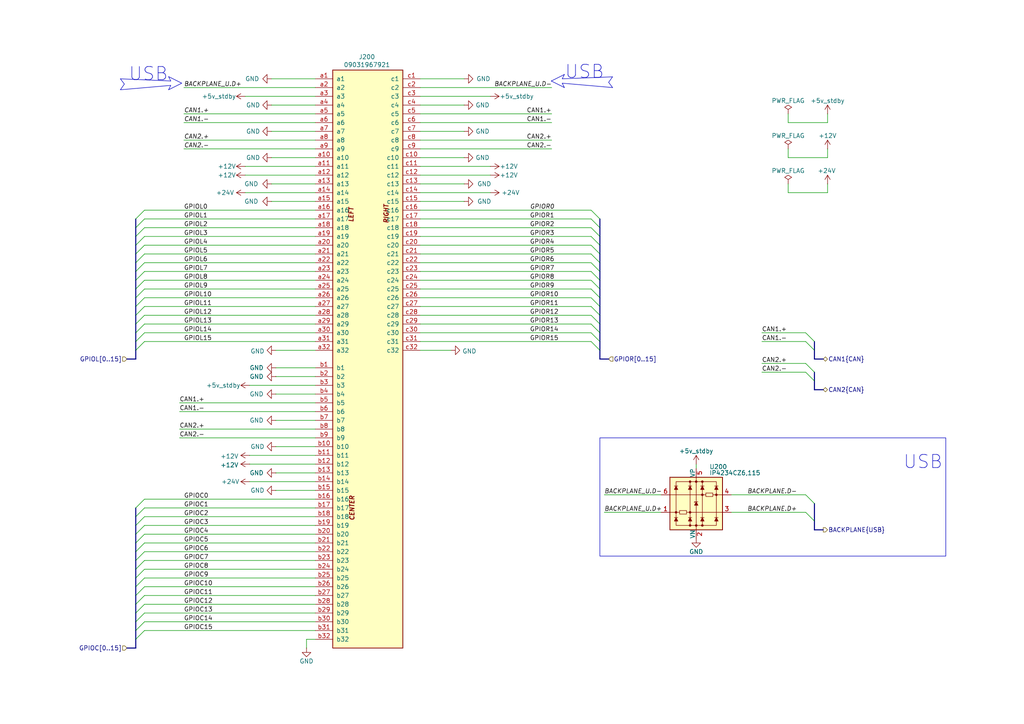
<source format=kicad_sch>
(kicad_sch (version 20231120) (generator "eeschema") (generator_version "8.0")
  (paper "A4")
  (title_block (title "ModuCard base module") (date "2024-12-23") (rev "1.0.0") (company "KoNaR") (comment 1 "Base project authors: Dominik Pluta, Artem Horiunov") (comment 2 "Project author: <author>"))
  (lib_symbols
    (symbol "DIN41612_3x32:09031967921" (pin_names (offset 1.016))
      (property "Reference" "J" (at 0 88.9 0))
      (property "Value" "09031967921" (at 0 86.36 0))
      (symbol "09031967921_0_0"
        (rectangle (start -10.16 83.82) (end 10.16 -83.82) (stroke (width 0.254)) (fill (type background)))
      )
      (symbol "09031967921_1_1"
        (text "CENTER" (at -4.572 -43.18 900) (effects (font (size 1.27 1.27) (bold yes) (italic yes))))
        (text "LEFT" (at -4.826 41.91 900) (effects (font (size 1.27 1.27) (bold yes) (italic yes))))
        (text "RIGHT" (at 5.334 42.164 900) (effects (font (size 1.27 1.27) (bold yes) (italic yes))))
        (pin passive line (at -15.24 81.28 0) (length 5.08) (name "a1") (number "a1"))
        (pin passive line (at -15.24 58.42 0) (length 5.08) (name "a10") (number "a10"))
        (pin passive line (at -15.24 55.88 0) (length 5.08) (name "a11") (number "a11"))
        (pin passive line (at -15.24 53.34 0) (length 5.08) (name "a12") (number "a12"))
        (pin passive line (at -15.24 50.8 0) (length 5.08) (name "a13") (number "a13"))
        (pin passive line (at -15.24 48.26 0) (length 5.08) (name "a14") (number "a14"))
        (pin passive line (at -15.24 45.72 0) (length 5.08) (name "a15") (number "a15"))
        (pin passive line (at -15.24 43.18 0) (length 5.08) (name "a16") (number "a16"))
        (pin passive line (at -15.24 40.64 0) (length 5.08) (name "a17") (number "a17"))
        (pin passive line (at -15.24 38.1 0) (length 5.08) (name "a18") (number "a18"))
        (pin passive line (at -15.24 35.56 0) (length 5.08) (name "a19") (number "a19"))
        (pin passive line (at -15.24 78.74 0) (length 5.08) (name "a2") (number "a2"))
        (pin passive line (at -15.24 33.02 0) (length 5.08) (name "a20") (number "a20"))
        (pin passive line (at -15.24 30.48 0) (length 5.08) (name "a21") (number "a21"))
        (pin passive line (at -15.24 27.94 0) (length 5.08) (name "a22") (number "a22"))
        (pin passive line (at -15.24 25.4 0) (length 5.08) (name "a23") (number "a23"))
        (pin passive line (at -15.24 22.86 0) (length 5.08) (name "a24") (number "a24"))
        (pin passive line (at -15.24 20.32 0) (length 5.08) (name "a25") (number "a25"))
        (pin passive line (at -15.24 17.78 0) (length 5.08) (name "a26") (number "a26"))
        (pin passive line (at -15.24 15.24 0) (length 5.08) (name "a27") (number "a27"))
        (pin passive line (at -15.24 12.7 0) (length 5.08) (name "a28") (number "a28"))
        (pin passive line (at -15.24 10.16 0) (length 5.08) (name "a29") (number "a29"))
        (pin passive line (at -15.24 76.2 0) (length 5.08) (name "a3") (number "a3"))
        (pin passive line (at -15.24 7.62 0) (length 5.08) (name "a30") (number "a30"))
        (pin passive line (at -15.24 5.08 0) (length 5.08) (name "a31") (number "a31"))
        (pin passive line (at -15.24 2.54 0) (length 5.08) (name "a32") (number "a32"))
        (pin passive line (at -15.24 73.66 0) (length 5.08) (name "a4") (number "a4"))
        (pin passive line (at -15.24 71.12 0) (length 5.08) (name "a5") (number "a5"))
        (pin passive line (at -15.24 68.58 0) (length 5.08) (name "a6") (number "a6"))
        (pin passive line (at -15.24 66.04 0) (length 5.08) (name "a7") (number "a7"))
        (pin passive line (at -15.24 63.5 0) (length 5.08) (name "a8") (number "a8"))
        (pin passive line (at -15.24 60.96 0) (length 5.08) (name "a9") (number "a9"))
        (pin passive line (at -15.24 -2.54 0) (length 5.08) (name "b1") (number "b1"))
        (pin passive line (at -15.24 -25.4 0) (length 5.08) (name "b10") (number "b10"))
        (pin passive line (at -15.24 -27.94 0) (length 5.08) (name "b11") (number "b11"))
        (pin passive line (at -15.24 -30.48 0) (length 5.08) (name "b12") (number "b12"))
        (pin passive line (at -15.24 -33.02 0) (length 5.08) (name "b13") (number "b13"))
        (pin passive line (at -15.24 -35.56 0) (length 5.08) (name "b14") (number "b14"))
        (pin passive line (at -15.24 -38.1 0) (length 5.08) (name "b15") (number "b15"))
        (pin passive line (at -15.24 -40.64 0) (length 5.08) (name "b16") (number "b16"))
        (pin passive line (at -15.24 -43.18 0) (length 5.08) (name "b17") (number "b17"))
        (pin passive line (at -15.24 -45.72 0) (length 5.08) (name "b18") (number "b18"))
        (pin passive line (at -15.24 -48.26 0) (length 5.08) (name "b19") (number "b19"))
        (pin passive line (at -15.24 -5.08 0) (length 5.08) (name "b2") (number "b2"))
        (pin passive line (at -15.24 -50.8 0) (length 5.08) (name "b20") (number "b20"))
        (pin passive line (at -15.24 -53.34 0) (length 5.08) (name "b21") (number "b21"))
        (pin passive line (at -15.24 -55.88 0) (length 5.08) (name "b22") (number "b22"))
        (pin passive line (at -15.24 -58.42 0) (length 5.08) (name "b23") (number "b23"))
        (pin passive line (at -15.24 -60.96 0) (length 5.08) (name "b24") (number "b24"))
        (pin passive line (at -15.24 -63.5 0) (length 5.08) (name "b25") (number "b25"))
        (pin passive line (at -15.24 -66.04 0) (length 5.08) (name "b26") (number "b26"))
        (pin passive line (at -15.24 -68.58 0) (length 5.08) (name "b27") (number "b27"))
        (pin passive line (at -15.24 -71.12 0) (length 5.08) (name "b28") (number "b28"))
        (pin passive line (at -15.24 -73.66 0) (length 5.08) (name "b29") (number "b29"))
        (pin passive line (at -15.24 -7.62 0) (length 5.08) (name "b3") (number "b3"))
        (pin passive line (at -15.24 -76.2 0) (length 5.08) (name "b30") (number "b30"))
        (pin passive line (at -15.24 -78.74 0) (length 5.08) (name "b31") (number "b31"))
        (pin passive line (at -15.24 -81.28 0) (length 5.08) (name "b32") (number "b32"))
        (pin passive line (at -15.24 -10.16 0) (length 5.08) (name "b4") (number "b4"))
        (pin passive line (at -15.24 -12.7 0) (length 5.08) (name "b5") (number "b5"))
        (pin passive line (at -15.24 -15.24 0) (length 5.08) (name "b6") (number "b6"))
        (pin passive line (at -15.24 -17.78 0) (length 5.08) (name "b7") (number "b7"))
        (pin passive line (at -15.24 -20.32 0) (length 5.08) (name "b8") (number "b8"))
        (pin passive line (at -15.24 -22.86 0) (length 5.08) (name "b9") (number "b9"))
        (pin passive line (at 15.24 81.28 180) (length 5.08) (name "c1") (number "c1"))
        (pin passive line (at 15.24 58.42 180) (length 5.08) (name "c10") (number "c10"))
        (pin passive line (at 15.24 55.88 180) (length 5.08) (name "c11") (number "c11"))
        (pin passive line (at 15.24 53.34 180) (length 5.08) (name "c12") (number "c12"))
        (pin passive line (at 15.24 50.8 180) (length 5.08) (name "c13") (number "c13"))
        (pin passive line (at 15.24 48.26 180) (length 5.08) (name "c14") (number "c14"))
        (pin passive line (at 15.24 45.72 180) (length 5.08) (name "c15") (number "c15"))
        (pin passive line (at 15.24 43.18 180) (length 5.08) (name "c16") (number "c16"))
        (pin passive line (at 15.24 40.64 180) (length 5.08) (name "c17") (number "c17"))
        (pin passive line (at 15.24 38.1 180) (length 5.08) (name "c18") (number "c18"))
        (pin passive line (at 15.24 35.56 180) (length 5.08) (name "c19") (number "c19"))
        (pin passive line (at 15.24 78.74 180) (length 5.08) (name "c2") (number "c2"))
        (pin passive line (at 15.24 33.02 180) (length 5.08) (name "c20") (number "c20"))
        (pin passive line (at 15.24 30.48 180) (length 5.08) (name "c21") (number "c21"))
        (pin passive line (at 15.24 27.94 180) (length 5.08) (name "c22") (number "c22"))
        (pin passive line (at 15.24 25.4 180) (length 5.08) (name "c23") (number "c23"))
        (pin passive line (at 15.24 22.86 180) (length 5.08) (name "c24") (number "c24"))
        (pin passive line (at 15.24 20.32 180) (length 5.08) (name "c25") (number "c25"))
        (pin passive line (at 15.24 17.78 180) (length 5.08) (name "c26") (number "c26"))
        (pin passive line (at 15.24 15.24 180) (length 5.08) (name "c27") (number "c27"))
        (pin passive line (at 15.24 12.7 180) (length 5.08) (name "c28") (number "c28"))
        (pin passive line (at 15.24 10.16 180) (length 5.08) (name "c29") (number "c29"))
        (pin passive line (at 15.24 76.2 180) (length 5.08) (name "c3") (number "c3"))
        (pin passive line (at 15.24 7.62 180) (length 5.08) (name "c30") (number "c30"))
        (pin passive line (at 15.24 5.08 180) (length 5.08) (name "c31") (number "c31"))
        (pin passive line (at 15.24 2.54 180) (length 5.08) (name "c32") (number "c32"))
        (pin passive line (at 15.24 73.66 180) (length 5.08) (name "c4") (number "c4"))
        (pin passive line (at 15.24 71.12 180) (length 5.08) (name "c5") (number "c5"))
        (pin passive line (at 15.24 68.58 180) (length 5.08) (name "c6") (number "c6"))
        (pin passive line (at 15.24 66.04 180) (length 5.08) (name "c7") (number "c7"))
        (pin passive line (at 15.24 63.5 180) (length 5.08) (name "c8") (number "c8"))
        (pin passive line (at 15.24 60.96 180) (length 5.08) (name "c9") (number "c9"))
      )
    )
    (symbol "GND_1" (power) (pin_numbers hide) (pin_names (offset 0) hide)
      (property "Value" "GND" (at 0 -3.81 0))
      (symbol "GND_1_0_1"
        (polyline (pts (xy 0 0) (xy 0 -1.27) (xy 1.27 -1.27) (xy 0 -2.54) (xy -1.27 -1.27) (xy 0 -1.27)))
      )
      (symbol "GND_1_1_1"
        (pin power_in line (at 0 0 270) (length 0) (name "~") (number "1"))
      )
    )
    (symbol "Power_Protection:IP4234CZ6" (pin_names (offset 0))
      (property "Reference" "U" (at -6.35 8.89 0))
      (property "Value" "IP4234CZ6" (at 2.794 8.89 0))
      (symbol "IP4234CZ6_0_0"
        (rectangle (start -5.842 6.35) (end 5.842 -6.35))
        (polyline (pts (xy -1.778 -6.35) (xy -1.778 6.35)))
        (polyline (pts (xy 1.778 6.35) (xy 1.778 -6.35)))
      )
      (symbol "IP4234CZ6_0_1"
        (rectangle (start -7.62 7.62) (end 7.62 -7.62) (stroke (width 0.254)) (fill (type background)))
        (circle (center -5.842 -2.54) (radius 0.2794) (fill (type outline)))
        (circle (center -1.778 -6.35) (radius 0.2794) (fill (type outline)))
        (circle (center -1.778 -2.54) (radius 0.2794) (fill (type outline)))
        (circle (center -1.778 6.35) (radius 0.2794) (fill (type outline)))
        (circle (center 0 -6.35) (radius 0.2794) (fill (type outline)))
        (polyline (pts (xy -7.62 -2.54) (xy -4.826 -2.54)))
        (polyline (pts (xy -7.62 2.54) (xy 2.794 2.54)))
        (polyline (pts (xy -5.334 -4.064) (xy -6.35 -4.064)))
        (polyline (pts (xy -5.334 5.08) (xy -6.35 5.08)))
        (polyline (pts (xy -1.27 -4.064) (xy -2.286 -4.064)))
        (polyline (pts (xy -1.27 5.08) (xy -2.286 5.08)))
        (polyline (pts (xy -0.508 0.508) (xy -0.508 0.254)))
        (polyline (pts (xy 0 7.62) (xy 0 -7.62)))
        (polyline (pts (xy 0.508 0.508) (xy -0.508 0.508)))
        (polyline (pts (xy 2.286 -4.064) (xy 1.27 -4.064)))
        (polyline (pts (xy 2.286 5.08) (xy 1.27 5.08)))
        (polyline (pts (xy 6.35 -4.064) (xy 5.334 -4.064)))
        (polyline (pts (xy 6.35 5.08) (xy 5.334 5.08)))
        (polyline (pts (xy 7.62 -2.54) (xy -2.794 -2.54)))
        (polyline (pts (xy 7.62 2.54) (xy 4.826 2.54)))
        (circle (center 0 6.35) (radius 0.2794) (fill (type outline)))
        (circle (center 1.778 -6.35) (radius 0.2794) (fill (type outline)))
        (circle (center 1.778 2.54) (radius 0.2794) (fill (type outline)))
        (circle (center 1.778 6.35) (radius 0.2794) (fill (type outline)))
        (circle (center 5.842 2.54) (radius 0.2794) (fill (type outline)))
      )
      (symbol "IP4234CZ6_1_1"
        (rectangle (start -4.826 -2.032) (end -2.794 -3.048))
        (polyline (pts (xy -5.334 -5.08) (xy -6.35 -5.08) (xy -5.842 -4.064) (xy -5.334 -5.08)) (fill (type outline)))
        (polyline (pts (xy -5.334 4.064) (xy -6.35 4.064) (xy -5.842 5.08) (xy -5.334 4.064)) (fill (type outline)))
        (polyline (pts (xy -1.27 -5.08) (xy -2.286 -5.08) (xy -1.778 -4.064) (xy -1.27 -5.08)) (fill (type outline)))
        (polyline (pts (xy -1.27 4.064) (xy -2.286 4.064) (xy -1.778 5.08) (xy -1.27 4.064)) (fill (type outline)))
        (polyline (pts (xy 0.508 -0.508) (xy -0.508 -0.508) (xy 0 0.508) (xy 0.508 -0.508)) (fill (type outline)))
        (polyline (pts (xy 2.286 -5.08) (xy 1.27 -5.08) (xy 1.778 -4.064) (xy 2.286 -5.08)) (fill (type outline)))
        (polyline (pts (xy 2.286 4.064) (xy 1.27 4.064) (xy 1.778 5.08) (xy 2.286 4.064)) (fill (type outline)))
        (polyline (pts (xy 6.35 -5.08) (xy 5.334 -5.08) (xy 5.842 -4.064) (xy 6.35 -5.08)) (fill (type outline)))
        (polyline (pts (xy 6.35 4.064) (xy 5.334 4.064) (xy 5.842 5.08) (xy 6.35 4.064)) (fill (type outline)))
        (rectangle (start 2.794 3.048) (end 4.826 2.032))
        (pin passive line (at -10.16 -2.54 0) (length 2.54) (name "") (number "1"))
        (pin passive line (at 0 -10.16 90) (length 2.54) (name "VN") (number "2"))
        (pin passive line (at 10.16 -2.54 180) (length 2.54) (name "") (number "3"))
        (pin passive line (at 10.16 2.54 180) (length 2.54) (name "") (number "4"))
        (pin passive line (at 0 10.16 270) (length 2.54) (name "VP") (number "5"))
        (pin passive line (at -10.16 2.54 0) (length 2.54) (name "") (number "6"))
      )
    )
    (symbol "power:+12V" (power) (pin_numbers hide) (pin_names (offset 0) hide)
      (property "Value" "+12V" (at 0 3.556 0))
      (symbol "+12V_0_1"
        (polyline (pts (xy -0.762 1.27) (xy 0 2.54)))
        (polyline (pts (xy 0 0) (xy 0 2.54)))
        (polyline (pts (xy 0 2.54) (xy 0.762 1.27)))
      )
      (symbol "+12V_1_1"
        (pin power_in line (at 0 0 90) (length 0) (name "~") (number "1"))
      )
    )
    (symbol "power:+5V" (power) (pin_numbers hide) (pin_names (offset 0) hide)
      (property "Value" "+5V" (at 0 3.556 0))
      (symbol "+5V_0_1"
        (polyline (pts (xy -0.762 1.27) (xy 0 2.54)))
        (polyline (pts (xy 0 0) (xy 0 2.54)))
        (polyline (pts (xy 0 2.54) (xy 0.762 1.27)))
      )
      (symbol "+5V_1_1"
        (pin power_in line (at 0 0 90) (length 0) (name "~") (number "1"))
      )
    )
    (symbol "power:GND" (power) (pin_numbers hide) (pin_names (offset 0) hide)
      (property "Value" "GND" (at 0 -3.81 0))
      (symbol "GND_0_1"
        (polyline (pts (xy 0 0) (xy 0 -1.27) (xy 1.27 -1.27) (xy 0 -2.54) (xy -1.27 -1.27) (xy 0 -1.27)))
      )
      (symbol "GND_1_1"
        (pin power_in line (at 0 0 270) (length 0) (name "~") (number "1"))
      )
    )
    (symbol "power:PWR_FLAG" (power) (pin_numbers hide) (pin_names (offset 0) hide)
      (property "Value" "PWR_FLAG" (at 0 3.81 0))
      (symbol "PWR_FLAG_0_0"
        (pin power_out line (at 0 0 90) (length 0) (name "~") (number "1"))
      )
      (symbol "PWR_FLAG_0_1"
        (polyline (pts (xy 0 0) (xy 0 1.27) (xy -1.016 1.905) (xy 0 2.54) (xy 1.016 1.905) (xy 0 1.27)))
      )
    )
  )
  (bus_entry (at 233.68 143.51) (size 2.54 2.54))
  (bus_entry (at 171.45 76.2) (size 2.54 2.54))
  (bus_entry (at 41.91 147.32) (size -2.54 2.54))
  (bus_entry (at 41.91 177.8) (size -2.54 2.54))
  (bus_entry (at 171.45 93.98) (size 2.54 2.54))
  (bus_entry (at 236.22 99.06) (size -2.54 -2.54))
  (bus_entry (at 171.45 63.5) (size 2.54 2.54))
  (bus_entry (at 41.91 152.4) (size -2.54 2.54))
  (bus_entry (at 41.91 165.1) (size -2.54 2.54))
  (bus_entry (at 41.91 170.18) (size -2.54 2.54))
  (bus_entry (at 171.45 86.36) (size 2.54 2.54))
  (bus_entry (at 41.91 91.44) (size -2.54 2.54))
  (bus_entry (at 171.45 91.44) (size 2.54 2.54))
  (bus_entry (at 41.91 81.28) (size -2.54 2.54))
  (bus_entry (at 41.91 182.88) (size -2.54 2.54))
  (bus_entry (at 41.91 66.04) (size -2.54 2.54))
  (bus_entry (at 41.91 180.34) (size -2.54 2.54))
  (bus_entry (at 41.91 149.86) (size -2.54 2.54))
  (bus_entry (at 41.91 73.66) (size -2.54 2.54))
  (bus_entry (at 41.91 60.96) (size -2.54 2.54))
  (bus_entry (at 41.91 160.02) (size -2.54 2.54))
  (bus_entry (at 171.45 66.04) (size 2.54 2.54))
  (bus_entry (at 41.91 175.26) (size -2.54 2.54))
  (bus_entry (at 233.68 148.59) (size 2.54 2.54))
  (bus_entry (at 41.91 154.94) (size -2.54 2.54))
  (bus_entry (at 171.45 60.96) (size 2.54 2.54))
  (bus_entry (at 41.91 83.82) (size -2.54 2.54))
  (bus_entry (at 171.45 88.9) (size 2.54 2.54))
  (bus_entry (at 41.91 68.58) (size -2.54 2.54))
  (bus_entry (at 41.91 167.64) (size -2.54 2.54))
  (bus_entry (at 171.45 83.82) (size 2.54 2.54))
  (bus_entry (at 171.45 78.74) (size 2.54 2.54))
  (bus_entry (at 41.91 157.48) (size -2.54 2.54))
  (bus_entry (at 41.91 144.78) (size -2.54 2.54))
  (bus_entry (at 41.91 71.12) (size -2.54 2.54))
  (bus_entry (at 236.22 110.49) (size -2.54 -2.54))
  (bus_entry (at 236.22 107.95) (size -2.54 -2.54))
  (bus_entry (at 41.91 86.36) (size -2.54 2.54))
  (bus_entry (at 41.91 162.56) (size -2.54 2.54))
  (bus_entry (at 41.91 78.74) (size -2.54 2.54))
  (bus_entry (at 171.45 73.66) (size 2.54 2.54))
  (bus_entry (at 171.45 71.12) (size 2.54 2.54))
  (bus_entry (at 171.45 81.28) (size 2.54 2.54))
  (bus_entry (at 41.91 172.72) (size -2.54 2.54))
  (bus_entry (at 41.91 63.5) (size -2.54 2.54))
  (bus_entry (at 171.45 99.06) (size 2.54 2.54))
  (bus_entry (at 236.22 101.6) (size -2.54 -2.54))
  (bus_entry (at 41.91 96.52) (size -2.54 2.54))
  (bus_entry (at 41.91 93.98) (size -2.54 2.54))
  (bus_entry (at 41.91 88.9) (size -2.54 2.54))
  (bus_entry (at 171.45 68.58) (size 2.54 2.54))
  (bus_entry (at 41.91 99.06) (size -2.54 2.54))
  (bus_entry (at 41.91 76.2) (size -2.54 2.54))
  (bus_entry (at 171.45 96.52) (size 2.54 2.54))
  (wire (pts (xy 121.92 50.8) (xy 142.24 50.8)))
  (bus (pts (xy 39.37 73.66) (xy 39.37 76.2)))
  (wire (pts (xy 91.44 165.1) (xy 41.91 165.1)))
  (bus (pts (xy 236.22 101.6) (xy 236.22 99.06)))
  (polyline (pts (xy 34.925 22.86) (xy 49.53 23.495)))
  (bus (pts (xy 39.37 154.94) (xy 39.37 157.48)))
  (wire (pts (xy 91.44 78.74) (xy 41.91 78.74)))
  (wire (pts (xy 130.81 101.6) (xy 121.92 101.6)))
  (bus (pts (xy 39.37 162.56) (xy 39.37 165.1)))
  (wire (pts (xy 171.45 83.82) (xy 121.92 83.82)))
  (wire (pts (xy 228.6 45.72) (xy 240.03 45.72)))
  (wire (pts (xy 233.68 107.95) (xy 220.98 107.95)))
  (bus (pts (xy 39.37 96.52) (xy 39.37 99.06)))
  (wire (pts (xy 121.92 63.5) (xy 171.45 63.5)))
  (polyline (pts (xy 159.893 23.495) (xy 163.703 25.4)))
  (bus (pts (xy 39.37 68.58) (xy 39.37 71.12)))
  (wire (pts (xy 228.6 53.34) (xy 228.6 55.88)))
  (wire (pts (xy 91.44 152.4) (xy 41.91 152.4)))
  (wire (pts (xy 53.34 33.02) (xy 91.44 33.02)))
  (bus (pts (xy 236.22 153.67) (xy 236.22 151.13)))
  (bus (pts (xy 173.99 83.82) (xy 173.99 86.36)))
  (wire (pts (xy 91.44 167.64) (xy 41.91 167.64)))
  (wire (pts (xy 71.12 50.8) (xy 91.44 50.8)))
  (bus (pts (xy 173.99 104.14) (xy 176.53 104.14)))
  (wire (pts (xy 52.07 127) (xy 91.44 127)))
  (bus (pts (xy 236.22 104.14) (xy 236.22 101.6)))
  (wire (pts (xy 121.92 40.64) (xy 160.02 40.64)))
  (bus (pts (xy 39.37 175.26) (xy 39.37 177.8)))
  (wire (pts (xy 233.68 105.41) (xy 220.98 105.41)))
  (wire (pts (xy 91.44 182.88) (xy 41.91 182.88)))
  (wire (pts (xy 91.44 99.06) (xy 41.91 99.06)))
  (wire (pts (xy 78.74 53.34) (xy 91.44 53.34)))
  (bus (pts (xy 236.22 113.03) (xy 236.22 110.49)))
  (wire (pts (xy 78.74 30.48) (xy 91.44 30.48)))
  (polyline (pts (xy 163.068 24.13) (xy 177.673 25.4)))
  (wire (pts (xy 91.44 68.58) (xy 41.91 68.58)))
  (bus (pts (xy 39.37 104.14) (xy 36.83 104.14)))
  (bus (pts (xy 39.37 177.8) (xy 39.37 180.34)))
  (bus (pts (xy 39.37 81.28) (xy 39.37 83.82)))
  (wire (pts (xy 91.44 76.2) (xy 41.91 76.2)))
  (wire (pts (xy 80.01 129.54) (xy 91.44 129.54)))
  (polyline (pts (xy 176.53 23.876) (xy 177.6563 22.2837)))
  (wire (pts (xy 171.45 88.9) (xy 121.92 88.9)))
  (bus (pts (xy 173.99 88.9) (xy 173.99 91.44)))
  (bus (pts (xy 173.99 66.04) (xy 173.99 68.58)))
  (bus (pts (xy 173.99 96.52) (xy 173.99 99.06)))
  (polyline (pts (xy 48.895 22.225) (xy 52.705 24.13)))
  (polyline (pts (xy 36.068 24.384) (xy 34.925 22.86)))
  (wire (pts (xy 72.39 134.62) (xy 91.44 134.62)))
  (wire (pts (xy 240.03 43.18) (xy 240.03 45.72)))
  (wire (pts (xy 41.91 60.96) (xy 91.44 60.96)))
  (wire (pts (xy 171.45 86.36) (xy 121.92 86.36)))
  (wire (pts (xy 171.45 93.98) (xy 121.92 93.98)))
  (wire (pts (xy 41.91 147.32) (xy 91.44 147.32)))
  (wire (pts (xy 53.34 25.4) (xy 91.44 25.4)))
  (wire (pts (xy 121.92 35.56) (xy 160.02 35.56)))
  (wire (pts (xy 121.92 66.04) (xy 171.45 66.04)))
  (wire (pts (xy 53.34 43.18) (xy 91.44 43.18)))
  (bus (pts (xy 39.37 170.18) (xy 39.37 172.72)))
  (wire (pts (xy 233.68 96.52) (xy 220.98 96.52)))
  (bus (pts (xy 173.99 101.6) (xy 173.99 104.14)))
  (bus (pts (xy 238.76 113.03) (xy 236.22 113.03)))
  (bus (pts (xy 39.37 86.36) (xy 39.37 88.9)))
  (wire (pts (xy 91.44 162.56) (xy 41.91 162.56)))
  (wire (pts (xy 91.44 86.36) (xy 41.91 86.36)))
  (wire (pts (xy 91.44 91.44) (xy 41.91 91.44)))
  (bus (pts (xy 39.37 152.4) (xy 39.37 154.94)))
  (wire (pts (xy 91.44 93.98) (xy 41.91 93.98)))
  (wire (pts (xy 52.07 119.38) (xy 91.44 119.38)))
  (wire (pts (xy 121.92 58.42) (xy 134.62 58.42)))
  (polyline (pts (xy 49.53 23.495) (xy 48.895 22.225)))
  (wire (pts (xy 80.01 114.3) (xy 91.44 114.3)))
  (wire (pts (xy 80.01 109.22) (xy 91.44 109.22)))
  (bus (pts (xy 173.99 71.12) (xy 173.99 73.66)))
  (bus (pts (xy 39.37 78.74) (xy 39.37 81.28)))
  (wire (pts (xy 71.12 55.88) (xy 91.44 55.88)))
  (wire (pts (xy 121.92 43.18) (xy 160.02 43.18)))
  (bus (pts (xy 39.37 99.06) (xy 39.37 101.6)))
  (wire (pts (xy 171.45 73.66) (xy 121.92 73.66)))
  (wire (pts (xy 121.92 38.1) (xy 134.62 38.1)))
  (polyline (pts (xy 34.925 26.035) (xy 36.068 24.384)))
  (bus (pts (xy 39.37 165.1) (xy 39.37 167.64)))
  (wire (pts (xy 91.44 154.94) (xy 41.91 154.94)))
  (bus (pts (xy 39.37 83.82) (xy 39.37 86.36)))
  (wire (pts (xy 80.01 137.16) (xy 91.44 137.16)))
  (wire (pts (xy 91.44 170.18) (xy 41.91 170.18)))
  (wire (pts (xy 171.45 78.74) (xy 121.92 78.74)))
  (wire (pts (xy 121.92 30.48) (xy 134.62 30.48)))
  (wire (pts (xy 91.44 83.82) (xy 41.91 83.82)))
  (wire (pts (xy 171.45 99.06) (xy 121.92 99.06)))
  (wire (pts (xy 91.44 180.34) (xy 41.91 180.34)))
  (wire (pts (xy 88.9 185.42) (xy 88.9 187.96)))
  (bus (pts (xy 39.37 180.34) (xy 39.37 182.88)))
  (wire (pts (xy 78.74 22.86) (xy 91.44 22.86)))
  (wire (pts (xy 142.24 48.26) (xy 121.92 48.26)))
  (bus (pts (xy 39.37 182.88) (xy 39.37 185.42)))
  (polyline (pts (xy 52.705 24.13) (xy 48.895 26.035)))
  (wire (pts (xy 91.44 88.9) (xy 41.91 88.9)))
  (bus (pts (xy 236.22 110.49) (xy 236.22 107.95)))
  (wire (pts (xy 228.6 43.18) (xy 228.6 45.72)))
  (bus (pts (xy 39.37 157.48) (xy 39.37 160.02)))
  (wire (pts (xy 41.91 149.86) (xy 91.44 149.86)))
  (wire (pts (xy 212.09 143.51) (xy 233.68 143.51)))
  (wire (pts (xy 72.39 139.7) (xy 91.44 139.7)))
  (bus (pts (xy 39.37 185.42) (xy 39.37 187.96)))
  (wire (pts (xy 91.44 96.52) (xy 41.91 96.52)))
  (wire (pts (xy 240.03 53.34) (xy 240.03 55.88)))
  (wire (pts (xy 175.26 143.51) (xy 191.77 143.51)))
  (bus (pts (xy 39.37 76.2) (xy 39.37 78.74)))
  (bus (pts (xy 173.99 93.98) (xy 173.99 96.52)))
  (wire (pts (xy 171.45 71.12) (xy 121.92 71.12)))
  (bus (pts (xy 173.99 86.36) (xy 173.99 88.9)))
  (bus (pts (xy 39.37 187.96) (xy 36.83 187.96)))
  (wire (pts (xy 228.6 35.56) (xy 240.03 35.56)))
  (wire (pts (xy 80.01 101.6) (xy 91.44 101.6)))
  (bus (pts (xy 173.99 68.58) (xy 173.99 71.12)))
  (wire (pts (xy 91.44 81.28) (xy 41.91 81.28)))
  (wire (pts (xy 121.92 55.88) (xy 142.24 55.88)))
  (wire (pts (xy 171.45 68.58) (xy 121.92 68.58)))
  (bus (pts (xy 39.37 149.86) (xy 39.37 152.4)))
  (wire (pts (xy 134.62 45.72) (xy 121.92 45.72)))
  (bus (pts (xy 39.37 63.5) (xy 39.37 66.04)))
  (wire (pts (xy 228.6 55.88) (xy 240.03 55.88)))
  (wire (pts (xy 171.45 81.28) (xy 121.92 81.28)))
  (bus (pts (xy 236.22 146.05) (xy 236.22 151.13)))
  (wire (pts (xy 52.07 116.84) (xy 91.44 116.84)))
  (bus (pts (xy 173.99 99.06) (xy 173.99 101.6)))
  (wire (pts (xy 121.92 25.4) (xy 160.02 25.4)))
  (wire (pts (xy 233.68 99.06) (xy 220.98 99.06)))
  (wire (pts (xy 228.6 33.02) (xy 228.6 35.56)))
  (wire (pts (xy 80.01 106.68) (xy 91.44 106.68)))
  (polyline (pts (xy 163.068 22.86) (xy 163.703 21.59)))
  (wire (pts (xy 91.44 160.02) (xy 41.91 160.02)))
  (polyline (pts (xy 177.673 25.4) (xy 176.53 23.876)))
  (wire (pts (xy 53.34 35.56) (xy 91.44 35.56)))
  (wire (pts (xy 121.92 60.96) (xy 171.45 60.96)))
  (bus (pts (xy 39.37 172.72) (xy 39.37 175.26)))
  (bus (pts (xy 39.37 71.12) (xy 39.37 73.66)))
  (wire (pts (xy 91.44 157.48) (xy 41.91 157.48)))
  (bus (pts (xy 173.99 78.74) (xy 173.99 81.28)))
  (wire (pts (xy 71.12 48.26) (xy 91.44 48.26)))
  (wire (pts (xy 175.26 148.59) (xy 191.77 148.59)))
  (bus (pts (xy 39.37 93.98) (xy 39.37 96.52)))
  (wire (pts (xy 41.91 66.04) (xy 91.44 66.04)))
  (polyline (pts (xy 49.53 24.765) (xy 34.925 26.035)))
  (bus (pts (xy 236.22 153.67) (xy 238.76 153.67)))
  (bus (pts (xy 173.99 91.44) (xy 173.99 93.98)))
  (wire (pts (xy 91.44 172.72) (xy 41.91 172.72)))
  (polyline (pts (xy 48.895 26.035) (xy 49.53 24.765)))
  (wire (pts (xy 80.01 121.92) (xy 91.44 121.92)))
  (wire (pts (xy 212.09 148.59) (xy 233.68 148.59)))
  (polyline (pts (xy 163.703 25.4) (xy 163.068 24.13)))
  (wire (pts (xy 71.12 27.94) (xy 91.44 27.94)))
  (wire (pts (xy 201.93 134.62) (xy 201.93 135.89)))
  (wire (pts (xy 52.07 124.46) (xy 91.44 124.46)))
  (wire (pts (xy 72.39 132.08) (xy 91.44 132.08)))
  (wire (pts (xy 78.74 58.42) (xy 91.44 58.42)))
  (bus (pts (xy 39.37 147.32) (xy 39.37 149.86)))
  (wire (pts (xy 121.92 33.02) (xy 160.02 33.02)))
  (bus (pts (xy 238.76 104.14) (xy 236.22 104.14)))
  (wire (pts (xy 41.91 144.78) (xy 91.44 144.78)))
  (wire (pts (xy 171.45 76.2) (xy 121.92 76.2)))
  (wire (pts (xy 171.45 96.52) (xy 121.92 96.52)))
  (bus (pts (xy 39.37 101.6) (xy 39.37 104.14)))
  (wire (pts (xy 121.92 22.86) (xy 134.62 22.86)))
  (bus (pts (xy 39.37 167.64) (xy 39.37 170.18)))
  (wire (pts (xy 171.45 91.44) (xy 121.92 91.44)))
  (polyline (pts (xy 163.703 21.59) (xy 159.893 23.495)))
  (wire (pts (xy 91.44 177.8) (xy 41.91 177.8)))
  (wire (pts (xy 78.74 45.72) (xy 91.44 45.72)))
  (wire (pts (xy 88.9 185.42) (xy 91.44 185.42)))
  (wire (pts (xy 91.44 71.12) (xy 41.91 71.12)))
  (wire (pts (xy 41.91 63.5) (xy 91.44 63.5)))
  (wire (pts (xy 91.44 73.66) (xy 41.91 73.66)))
  (wire (pts (xy 240.03 33.02) (xy 240.03 35.56)))
  (bus (pts (xy 173.99 73.66) (xy 173.99 76.2)))
  (bus (pts (xy 39.37 160.02) (xy 39.37 162.56)))
  (bus (pts (xy 39.37 88.9) (xy 39.37 91.44)))
  (polyline (pts (xy 177.6563 22.2837) (xy 163.068 22.86)))
  (bus (pts (xy 173.99 63.5) (xy 173.99 66.04)))
  (bus (pts (xy 39.37 91.44) (xy 39.37 93.98)))
  (wire (pts (xy 53.34 40.64) (xy 91.44 40.64)))
  (wire (pts (xy 121.92 53.34) (xy 134.62 53.34)))
  (wire (pts (xy 80.01 142.24) (xy 91.44 142.24)))
  (bus (pts (xy 173.99 76.2) (xy 173.99 78.74)))
  (wire (pts (xy 78.74 38.1) (xy 91.44 38.1)))
  (wire (pts (xy 72.39 111.76) (xy 91.44 111.76)))
  (wire (pts (xy 121.92 27.94) (xy 142.24 27.94)))
  (wire (pts (xy 91.44 175.26) (xy 41.91 175.26)))
  (bus (pts (xy 39.37 66.04) (xy 39.37 68.58)))
  (bus (pts (xy 173.99 81.28) (xy 173.99 83.82)))
  (rectangle (start 173.99 127) (end 274.32 161.29))
  (text "USB\n" (at 169.545 20.955 0) (effects (font (size 3.81 3.81))))
  (text "USB\n" (at 267.716 134.112 0) (effects (font (size 3.81 3.81))))
  (text "USB\n" (at 43.053 21.59 0) (effects (font (size 3.81 3.81))))
  (label "GPIOL3" (at 53.34 68.58 0))
  (label "GPIOR3" (at 153.67 68.58 0))
  (label "GPIOL4" (at 53.34 71.12 0))
  (label "BACKPLANE.D+" (at 231.14 148.59 180) (effects (font (italic yes))))
  (label "GPIOR11" (at 153.67 88.9 0))
  (label "CAN2.-" (at 52.07 127 0))
  (label "BACKPLANE_U.D-" (at 175.26 143.51 0) (effects (font (italic yes))))
  (label "GPIOL15" (at 53.34 99.06 0))
  (label "GPIOR8" (at 153.67 81.28 0))
  (label "CAN1.+" (at 220.98 96.52 0))
  (label "GPIOL2" (at 53.34 66.04 0))
  (label "GPIOC10" (at 53.34 170.18 0))
  (label "CAN2.+" (at 220.98 105.41 0))
  (label "GPIOR13" (at 153.67 93.98 0))
  (label "GPIOL14" (at 53.34 96.52 0))
  (label "GPIOC6" (at 53.34 160.02 0))
  (label "GPIOR9" (at 153.67 83.82 0))
  (label "GPIOR2" (at 153.67 66.04 0))
  (label "BACKPLANE_U.D+" (at 53.34 25.4 0) (effects (font (italic yes))))
  (label "GPIOR6" (at 153.67 76.2 0))
  (label "GPIOL9" (at 53.34 83.82 0))
  (label "GPIOC14" (at 53.34 180.34 0))
  (label "CAN1.-" (at 220.98 99.06 0))
  (label "CAN2.-" (at 53.34 43.18 0) (effects (font (italic yes))))
  (label "GPIOL5" (at 53.34 73.66 0))
  (label "GPIOC3" (at 53.34 152.4 0))
  (label "GPIOC1" (at 53.34 147.32 0))
  (label "GPIOC15" (at 53.34 182.88 0))
  (label "GPIOC2" (at 53.34 149.86 0))
  (label "GPIOR0" (at 153.67 60.96 0) (effects (font (italic yes))))
  (label "CAN1.-" (at 52.07 119.38 0))
  (label "GPIOL10" (at 53.34 86.36 0))
  (label "GPIOR10" (at 153.67 86.36 0))
  (label "GPIOC13" (at 53.34 177.8 0))
  (label "GPIOL13" (at 53.34 93.98 0))
  (label "GPIOL7" (at 53.34 78.74 0))
  (label "GPIOC8" (at 53.34 165.1 0))
  (label "BACKPLANE_U.D+" (at 175.26 148.59 0) (effects (font (italic yes))))
  (label "GPIOC0" (at 53.34 144.78 0))
  (label "CAN1.+" (at 160.02 33.02 180))
  (label "GPIOL12" (at 53.34 91.44 0))
  (label "CAN2.+" (at 52.07 124.46 0))
  (label "GPIOR15" (at 153.67 99.06 0))
  (label "GPIOR4" (at 153.67 71.12 0))
  (label "CAN2.-" (at 220.98 107.95 0))
  (label "GPIOC11" (at 53.34 172.72 0))
  (label "GPIOL8" (at 53.34 81.28 0))
  (label "GPIOL6" (at 53.34 76.2 0))
  (label "CAN1.+" (at 52.07 116.84 0))
  (label "CAN2.+" (at 160.02 40.64 180))
  (label "GPIOC12" (at 53.34 175.26 0))
  (label "GPIOC4" (at 53.34 154.94 0))
  (label "GPIOR5" (at 153.67 73.66 0))
  (label "BACKPLANE.D-" (at 231.14 143.51 180) (effects (font (italic yes))))
  (label "GPIOC5" (at 53.34 157.48 0))
  (label "GPIOC7" (at 53.34 162.56 0))
  (label "GPIOR12" (at 153.67 91.44 0))
  (label "CAN1.+" (at 53.34 33.02 0) (effects (font (italic yes))))
  (label "BACKPLANE_U.D-" (at 160.02 25.4 180) (effects (font (italic yes))))
  (label "GPIOR7" (at 153.67 78.74 0))
  (label "CAN1.-" (at 53.34 35.56 0) (effects (font (italic yes))))
  (label "GPIOL1" (at 53.34 63.5 0))
  (label "CAN1.-" (at 160.02 35.56 180))
  (label "CAN2.+" (at 53.34 40.64 0) (effects (font (italic yes))))
  (label "GPIOL11" (at 53.34 88.9 0))
  (label "GPIOC9" (at 53.34 167.64 0))
  (label "GPIOR14" (at 153.67 96.52 0))
  (label "GPIOR1" (at 153.67 63.5 0))
  (label "CAN2.-" (at 160.02 43.18 180))
  (label "GPIOL0" (at 53.34 60.96 0))
  (hierarchical_label "CAN2{CAN}" (shape bidirectional) (at 238.76 113.03 0))
  (hierarchical_label "GPIOC[0..15]" (shape input) (at 36.83 187.96 180))
  (hierarchical_label "GPIOR[0..15]" (shape input) (at 176.53 104.14 0))
  (hierarchical_label "BACKPLANE{USB}" (shape output) (at 238.76 153.67 0))
  (hierarchical_label "CAN1{CAN}" (shape bidirectional) (at 238.76 104.14 0))
  (hierarchical_label "GPIOL[0..15]" (shape input) (at 36.83 104.14 180))
  (symbol (lib_id "power:GND") (at 78.74 30.48 270) (mirror x) (unit 1)
    (property "Reference" "#PWR0209" (effects (hide yes)))
    (property "Value" "GND" (at 73.406 30.48 90))
    (property "Description" "Power symbol creates a global label with name \"GND\" , ground" (effects (hide yes)))
  )
  (symbol (lib_id "power:GND") (at 78.74 22.86 270) (mirror x) (unit 1)
    (property "Reference" "#PWR0208" (effects (hide yes)))
    (property "Value" "GND" (at 73.152 22.86 90))
    (property "Description" "Power symbol creates a global label with name \"GND\" , ground" (effects (hide yes)))
  )
  (symbol (lib_name "GND_1") (lib_id "power:GND") (at 80.01 114.3 270) (mirror x) (unit 1)
    (property "Reference" "#PWR0217" (effects (hide yes)))
    (property "Value" "GND" (at 74.422 114.3 90))
    (property "Description" "Power symbol creates a global label with name \"GND\" , ground" (effects (hide yes)))
  )
  (symbol (lib_id "power:+5V") (at 201.93 134.62 0) (mirror y) (unit 1)
    (property "Reference" "#PWR0234" (effects (hide yes)))
    (property "Value" "+5v_stdby" (at 201.93 130.81 0))
    (property "Description" "Power symbol creates a global label with name \"+5V\"" (effects (hide yes)))
  )
  (symbol (lib_id "power:+12V") (at 72.39 132.08 90) (unit 1)
    (property "Reference" "#PWR0205" (effects (hide yes)))
    (property "Value" "+12V" (at 66.548 132.334 90))
    (property "Description" "Power symbol creates a global label with name \"+12V\"" (effects (hide yes)))
  )
  (symbol (lib_id "power:GND") (at 80.01 101.6 270) (unit 1)
    (property "Reference" "#PWR0214" (effects (hide yes)))
    (property "Value" "GND" (at 74.676 101.854 90))
    (property "Description" "Power symbol creates a global label with name \"GND\" , ground" (effects (hide yes)))
  )
  (symbol (lib_id "Power_Protection:IP4234CZ6") (at 201.93 146.05 0) (unit 1)
    (property "Reference" "U200" (at 205.74 135.382 0) (effects (justify left)))
    (property "Value" "IP4234CZ6,115" (at 205.74 137.16 0) (effects (justify left)))
    (property "Footprint" "Package_TO_SOT_SMD:SC-74-6_1.55x2.9mm_P0.95mm" (effects (hide yes)))
    (property "Datasheet" "https://assets.nexperia.com/documents/data-sheet/IP4234CZ6.pdf" (effects (hide yes)))
    (property "Description" "ESD Protection, 2 channel, USB 2.0 to IEC 61000-4-2 level 4, 5.5V, SOT457 (SC-74-6)" (effects (hide yes)))
  )
  (symbol (lib_id "power:+12V") (at 142.24 48.26 270) (mirror x) (unit 1)
    (property "Reference" "#PWR0231" (effects (hide yes)))
    (property "Value" "+12V" (at 147.574 48.26 90))
    (property "Description" "Power symbol creates a global label with name \"+12V\"" (effects (hide yes)))
  )
  (symbol (lib_id "power:GND") (at 78.74 58.42 270) (mirror x) (unit 1)
    (property "Reference" "#PWR0213" (effects (hide yes)))
    (property "Value" "GND" (at 72.898 58.42 90))
    (property "Description" "Power symbol creates a global label with name \"GND\" , ground" (effects (hide yes)))
  )
  (symbol (lib_id "power:+5V") (at 142.24 27.94 270) (mirror x) (unit 1)
    (property "Reference" "#PWR0230" (effects (hide yes)))
    (property "Value" "+5v_stdby" (at 149.86 27.94 90))
    (property "Description" "Power symbol creates a global label with name \"+5V\"" (effects (hide yes)))
  )
  (symbol (lib_name "GND_1") (lib_id "power:GND") (at 80.01 121.92 270) (unit 1)
    (property "Reference" "#PWR0218" (effects (hide yes)))
    (property "Value" "GND" (at 74.422 121.92 90))
    (property "Description" "Power symbol creates a global label with name \"GND\" , ground" (effects (hide yes)))
  )
  (symbol (lib_name "GND_1") (lib_id "power:GND") (at 80.01 142.24 270) (unit 1)
    (property "Reference" "#PWR0221" (effects (hide yes)))
    (property "Value" "GND" (at 74.676 142.24 90))
    (property "Description" "Power symbol creates a global label with name \"GND\" , ground" (effects (hide yes)))
  )
  (symbol (lib_name "GND_1") (lib_id "power:GND") (at 80.01 109.22 270) (mirror x) (unit 1)
    (property "Reference" "#PWR0216" (effects (hide yes)))
    (property "Value" "GND" (at 74.422 109.22 90))
    (property "Description" "Power symbol creates a global label with name \"GND\" , ground" (effects (hide yes)))
  )
  (symbol (lib_name "GND_1") (lib_id "power:GND") (at 80.01 129.54 270) (unit 1)
    (property "Reference" "#PWR0219" (effects (hide yes)))
    (property "Value" "GND" (at 74.676 129.54 90))
    (property "Description" "Power symbol creates a global label with name \"GND\" , ground" (effects (hide yes)))
  )
  (symbol (lib_id "power:GND") (at 134.62 58.42 90) (mirror x) (unit 1)
    (property "Reference" "#PWR0229" (effects (hide yes)))
    (property "Value" "GND" (at 140.462 58.42 90))
    (property "Description" "Power symbol creates a global label with name \"GND\" , ground" (effects (hide yes)))
  )
  (symbol (lib_name "GND_1") (lib_id "power:GND") (at 80.01 106.68 270) (mirror x) (unit 1)
    (property "Reference" "#PWR0215" (effects (hide yes)))
    (property "Value" "GND" (at 74.422 106.68 90))
    (property "Description" "Power symbol creates a global label with name \"GND\" , ground" (effects (hide yes)))
  )
  (symbol (lib_id "power:+12V") (at 72.39 134.62 90) (unit 1)
    (property "Reference" "#PWR0206" (effects (hide yes)))
    (property "Value" "+12V" (at 66.548 134.874 90))
    (property "Description" "Power symbol creates a global label with name \"+12V\"" (effects (hide yes)))
  )
  (symbol (lib_id "power:+12V") (at 240.03 43.18 0) (mirror y) (unit 1)
    (property "Reference" "#PWR0907" (effects (hide yes)))
    (property "Value" "+12V" (at 240.03 39.37 0))
    (property "Description" "Power symbol creates a global label with name \"+12V\"" (effects (hide yes)))
  )
  (symbol (lib_id "power:GND") (at 134.62 53.34 90) (mirror x) (unit 1)
    (property "Reference" "#PWR0228" (effects (hide yes)))
    (property "Value" "GND" (at 140.462 53.34 90))
    (property "Description" "Power symbol creates a global label with name \"GND\" , ground" (effects (hide yes)))
  )
  (symbol (lib_name "GND_1") (lib_id "power:GND") (at 80.01 137.16 270) (unit 1)
    (property "Reference" "#PWR0220" (effects (hide yes)))
    (property "Value" "GND" (at 74.422 137.16 90))
    (property "Description" "Power symbol creates a global label with name \"GND\" , ground" (effects (hide yes)))
  )
  (symbol (lib_id "power:GND") (at 134.62 30.48 90) (mirror x) (unit 1)
    (property "Reference" "#PWR0225" (effects (hide yes)))
    (property "Value" "GND" (at 139.954 30.48 90))
    (property "Description" "Power symbol creates a global label with name \"GND\" , ground" (effects (hide yes)))
  )
  (symbol (lib_id "power:+12V") (at 72.39 139.7 90) (unit 1)
    (property "Reference" "#PWR0207" (effects (hide yes)))
    (property "Value" "+24V" (at 66.802 139.7 90))
    (property "Description" "Power symbol creates a global label with name \"+12V\"" (effects (hide yes)))
  )
  (symbol (lib_id "power:GND") (at 78.74 38.1 270) (mirror x) (unit 1)
    (property "Reference" "#PWR0210" (effects (hide yes)))
    (property "Value" "GND" (at 73.406 38.1 90))
    (property "Description" "Power symbol creates a global label with name \"GND\" , ground" (effects (hide yes)))
  )
  (symbol (lib_id "power:PWR_FLAG") (at 228.6 53.34 0) (unit 1)
    (property "Reference" "#FLG0904" (effects (hide yes)))
    (property "Value" "PWR_FLAG" (at 228.6 49.53 0))
    (property "Description" "Special symbol for telling ERC where power comes from" (effects (hide yes)))
  )
  (symbol (lib_id "power:+12V") (at 142.24 50.8 270) (mirror x) (unit 1)
    (property "Reference" "#PWR0232" (effects (hide yes)))
    (property "Value" "+12V" (at 147.574 50.8 90))
    (property "Description" "Power symbol creates a global label with name \"+12V\"" (effects (hide yes)))
  )
  (symbol (lib_id "power:+12V") (at 142.24 55.88 270) (mirror x) (unit 1)
    (property "Reference" "#PWR0233" (effects (hide yes)))
    (property "Value" "+24V" (at 148.082 55.88 90))
    (property "Description" "Power symbol creates a global label with name \"+12V\"" (effects (hide yes)))
  )
  (symbol (lib_name "GND_1") (lib_id "power:GND") (at 88.9 187.96 0) (unit 1)
    (property "Reference" "#PWR0222" (effects (hide yes)))
    (property "Value" "GND" (at 88.9 191.77 0))
    (property "Description" "Power symbol creates a global label with name \"GND\" , ground" (effects (hide yes)))
  )
  (symbol (lib_id "power:GND") (at 134.62 38.1 90) (mirror x) (unit 1)
    (property "Reference" "#PWR0226" (effects (hide yes)))
    (property "Value" "GND" (at 139.954 38.1 90))
    (property "Description" "Power symbol creates a global label with name \"GND\" , ground" (effects (hide yes)))
  )
  (symbol (lib_id "power:+12V") (at 240.03 53.34 0) (mirror y) (unit 1)
    (property "Reference" "#PWR0908" (effects (hide yes)))
    (property "Value" "+24V" (at 239.776 49.53 0))
    (property "Description" "Power symbol creates a global label with name \"+12V\"" (effects (hide yes)))
  )
  (symbol (lib_id "power:+5V") (at 240.03 33.02 0) (mirror y) (unit 1)
    (property "Reference" "#PWR0906" (effects (hide yes)))
    (property "Value" "+5v_stdby" (at 240.03 29.21 0))
    (property "Description" "Power symbol creates a global label with name \"+5V\"" (effects (hide yes)))
  )
  (symbol (lib_id "power:+5V") (at 71.12 27.94 90) (mirror x) (unit 1)
    (property "Reference" "#PWR0200" (effects (hide yes)))
    (property "Value" "+5v_stdby" (at 63.5 27.94 90))
    (property "Description" "Power symbol creates a global label with name \"+5V\"" (effects (hide yes)))
  )
  (symbol (lib_name "GND_1") (lib_id "power:GND") (at 130.81 101.6 90) (mirror x) (unit 1)
    (property "Reference" "#PWR0223" (effects (hide yes)))
    (property "Value" "GND" (at 136.144 101.854 90))
    (property "Description" "Power symbol creates a global label with name \"GND\" , ground" (effects (hide yes)))
  )
  (symbol (lib_id "DIN41612_3x32:09031967921") (at 106.68 104.14 0) (unit 1)
    (property "Reference" "J200" (at 106.426 16.51 0))
    (property "Value" "09031967921" (at 106.426 18.796 0))
    (property "Footprint" "Connector_DIN:DIN41612_R_3x32_Female_Horizontal_THT" (effects (hide yes)))
    (property "MF" "Harting" (effects (hide yes)))
    (property "MAXIMUM_PACKAGE_HEIGHT" "11 mm" (effects (hide yes)))
    (property "Package" "None" (effects (hide yes)))
    (property "Price" "None" (effects (hide yes)))
    (property "Check_prices" "https://www.snapeda.com/parts/0903-196-7921/Harting/view-part/?ref=eda" (effects (hide yes)))
    (property "STANDARD" "Manufacturer recommendations" (effects (hide yes)))
    (property "PARTREV" "D" (effects (hide yes)))
    (property "SnapEDA_Link" "https://www.snapeda.com/parts/0903-196-7921/Harting/view-part/?ref=snap" (effects (hide yes)))
    (property "MP" "0903-196-7921" (effects (hide yes)))
    (property "Description_1" "\n                        \n                            CONNECTOR, DIN 41612, PLUG, THT, RA, 96P; Product Range: Type C Series; No. of Contacts: 96Contacts; Gender: Plug; Pitch Spacing: 2.54mm; No. of Rows: 3 Row; Rows Loaded: a + b + c; Contact Plating: Gold Plated Contacts; Contact Material: Brass; No. of Mating Cycles: 50; SVHC: No SVHC (15-Jan-2018); Contact Resistance: 15mohm; Contact Termination: Through Hole Right Angle; Contact Termination Type: Through Hole; Current Rating: 2A; Flammability Rating: UL94V-0; Insulation Resistance: 1000000Mohm; Insulator Material: PET (Polyester); Lead Spacing: 2.54mm; No. of Rows: 3Rows; Operating Temperature Max: 125°C; Operating Temperature Min: -65°C; Termination Method: Solder; Working Voltage: 250V\n                        \n" (effects (hide yes)))
    (property "Availability" "In Stock" (effects (hide yes)))
    (property "MANUFACTURER" "HARTING" (effects (hide yes)))
  )
  (symbol (lib_id "power:GND") (at 78.74 53.34 270) (mirror x) (unit 1)
    (property "Reference" "#PWR0212" (effects (hide yes)))
    (property "Value" "GND" (at 72.898 53.34 90))
    (property "Description" "Power symbol creates a global label with name \"GND\" , ground" (effects (hide yes)))
  )
  (symbol (lib_id "power:+5V") (at 72.39 111.76 90) (mirror x) (unit 1)
    (property "Reference" "#PWR0204" (effects (hide yes)))
    (property "Value" "+5v_stdby" (at 64.77 111.76 90))
    (property "Description" "Power symbol creates a global label with name \"+5V\"" (effects (hide yes)))
  )
  (symbol (lib_id "power:+12V") (at 71.12 50.8 90) (unit 1)
    (property "Reference" "#PWR0202" (effects (hide yes)))
    (property "Value" "+12V" (at 65.786 50.8 90))
    (property "Description" "Power symbol creates a global label with name \"+12V\"" (effects (hide yes)))
  )
  (symbol (lib_id "power:GND") (at 78.74 45.72 270) (mirror x) (unit 1)
    (property "Reference" "#PWR0211" (effects (hide yes)))
    (property "Value" "GND" (at 73.406 45.72 90))
    (property "Description" "Power symbol creates a global label with name \"GND\" , ground" (effects (hide yes)))
  )
  (symbol (lib_id "power:GND") (at 134.62 22.86 90) (mirror x) (unit 1)
    (property "Reference" "#PWR0224" (effects (hide yes)))
    (property "Value" "GND" (at 140.208 22.86 90))
    (property "Description" "Power symbol creates a global label with name \"GND\" , ground" (effects (hide yes)))
  )
  (symbol (lib_id "power:PWR_FLAG") (at 228.6 43.18 0) (unit 1)
    (property "Reference" "#FLG0903" (effects (hide yes)))
    (property "Value" "PWR_FLAG" (at 228.6 39.37 0))
    (property "Description" "Special symbol for telling ERC where power comes from" (effects (hide yes)))
  )
  (symbol (lib_id "power:+12V") (at 71.12 55.88 90) (mirror x) (unit 1)
    (property "Reference" "#PWR0203" (effects (hide yes)))
    (property "Value" "+24V" (at 65.278 55.88 90))
    (property "Description" "Power symbol creates a global label with name \"+12V\"" (effects (hide yes)))
  )
  (symbol (lib_id "power:PWR_FLAG") (at 228.6 33.02 0) (unit 1)
    (property "Reference" "#FLG0902" (effects (hide yes)))
    (property "Value" "PWR_FLAG" (at 228.6 29.21 0))
    (property "Description" "Special symbol for telling ERC where power comes from" (effects (hide yes)))
  )
  (symbol (lib_id "power:GND") (at 134.62 45.72 90) (mirror x) (unit 1)
    (property "Reference" "#PWR0227" (effects (hide yes)))
    (property "Value" "GND" (at 139.954 45.72 90))
    (property "Description" "Power symbol creates a global label with name \"GND\" , ground" (effects (hide yes)))
  )
  (symbol (lib_name "GND_1") (lib_id "power:GND") (at 201.93 156.21 0) (unit 1)
    (property "Reference" "#PWR0235" (effects (hide yes)))
    (property "Value" "GND" (at 201.93 160.02 0))
    (property "Description" "Power symbol creates a global label with name \"GND\" , ground" (effects (hide yes)))
  )
  (symbol (lib_id "power:+12V") (at 71.12 48.26 90) (unit 1)
    (property "Reference" "#PWR0201" (effects (hide yes)))
    (property "Value" "+12V" (at 65.786 48.26 90))
    (property "Description" "Power symbol creates a global label with name \"+12V\"" (effects (hide yes)))
  )
)
</source>
